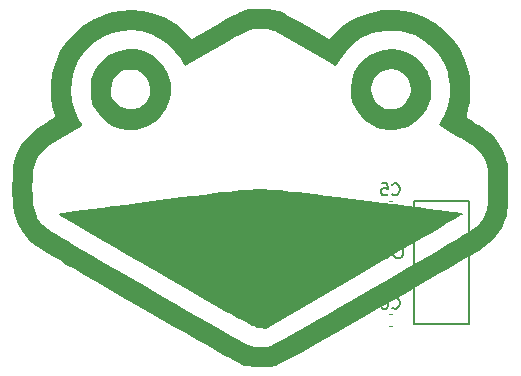
<source format=gbr>
%TF.GenerationSoftware,KiCad,Pcbnew,9.0.2*%
%TF.CreationDate,2025-10-02T15:08:33-04:00*%
%TF.ProjectId,Slippi,536c6970-7069-42e6-9b69-6361645f7063,rev?*%
%TF.SameCoordinates,Original*%
%TF.FileFunction,Legend,Bot*%
%TF.FilePolarity,Positive*%
%FSLAX46Y46*%
G04 Gerber Fmt 4.6, Leading zero omitted, Abs format (unit mm)*
G04 Created by KiCad (PCBNEW 9.0.2) date 2025-10-02 15:08:33*
%MOMM*%
%LPD*%
G01*
G04 APERTURE LIST*
%ADD10C,0.150000*%
%ADD11C,0.127000*%
%ADD12C,0.200000*%
%ADD13C,0.120000*%
%ADD14C,0.000000*%
G04 APERTURE END LIST*
D10*
X118495866Y-78428333D02*
X119629200Y-78428333D01*
X119629200Y-78428333D02*
X119762533Y-78495000D01*
X119762533Y-78495000D02*
X119829200Y-78561666D01*
X119829200Y-78561666D02*
X119895866Y-78695000D01*
X119895866Y-78695000D02*
X119895866Y-78961666D01*
X119895866Y-78961666D02*
X119829200Y-79095000D01*
X119829200Y-79095000D02*
X119762533Y-79161666D01*
X119762533Y-79161666D02*
X119629200Y-79228333D01*
X119629200Y-79228333D02*
X118495866Y-79228333D01*
X118495866Y-79761667D02*
X118495866Y-80628333D01*
X118495866Y-80628333D02*
X119029200Y-80161667D01*
X119029200Y-80161667D02*
X119029200Y-80361667D01*
X119029200Y-80361667D02*
X119095866Y-80495000D01*
X119095866Y-80495000D02*
X119162533Y-80561667D01*
X119162533Y-80561667D02*
X119295866Y-80628333D01*
X119295866Y-80628333D02*
X119629200Y-80628333D01*
X119629200Y-80628333D02*
X119762533Y-80561667D01*
X119762533Y-80561667D02*
X119829200Y-80495000D01*
X119829200Y-80495000D02*
X119895866Y-80361667D01*
X119895866Y-80361667D02*
X119895866Y-79961667D01*
X119895866Y-79961667D02*
X119829200Y-79828333D01*
X119829200Y-79828333D02*
X119762533Y-79761667D01*
X118966666Y-84829580D02*
X119014285Y-84877200D01*
X119014285Y-84877200D02*
X119157142Y-84924819D01*
X119157142Y-84924819D02*
X119252380Y-84924819D01*
X119252380Y-84924819D02*
X119395237Y-84877200D01*
X119395237Y-84877200D02*
X119490475Y-84781961D01*
X119490475Y-84781961D02*
X119538094Y-84686723D01*
X119538094Y-84686723D02*
X119585713Y-84496247D01*
X119585713Y-84496247D02*
X119585713Y-84353390D01*
X119585713Y-84353390D02*
X119538094Y-84162914D01*
X119538094Y-84162914D02*
X119490475Y-84067676D01*
X119490475Y-84067676D02*
X119395237Y-83972438D01*
X119395237Y-83972438D02*
X119252380Y-83924819D01*
X119252380Y-83924819D02*
X119157142Y-83924819D01*
X119157142Y-83924819D02*
X119014285Y-83972438D01*
X119014285Y-83972438D02*
X118966666Y-84020057D01*
X118109523Y-83924819D02*
X118299999Y-83924819D01*
X118299999Y-83924819D02*
X118395237Y-83972438D01*
X118395237Y-83972438D02*
X118442856Y-84020057D01*
X118442856Y-84020057D02*
X118538094Y-84162914D01*
X118538094Y-84162914D02*
X118585713Y-84353390D01*
X118585713Y-84353390D02*
X118585713Y-84734342D01*
X118585713Y-84734342D02*
X118538094Y-84829580D01*
X118538094Y-84829580D02*
X118490475Y-84877200D01*
X118490475Y-84877200D02*
X118395237Y-84924819D01*
X118395237Y-84924819D02*
X118204761Y-84924819D01*
X118204761Y-84924819D02*
X118109523Y-84877200D01*
X118109523Y-84877200D02*
X118061904Y-84829580D01*
X118061904Y-84829580D02*
X118014285Y-84734342D01*
X118014285Y-84734342D02*
X118014285Y-84496247D01*
X118014285Y-84496247D02*
X118061904Y-84401009D01*
X118061904Y-84401009D02*
X118109523Y-84353390D01*
X118109523Y-84353390D02*
X118204761Y-84305771D01*
X118204761Y-84305771D02*
X118395237Y-84305771D01*
X118395237Y-84305771D02*
X118490475Y-84353390D01*
X118490475Y-84353390D02*
X118538094Y-84401009D01*
X118538094Y-84401009D02*
X118585713Y-84496247D01*
X118966666Y-75229580D02*
X119014285Y-75277200D01*
X119014285Y-75277200D02*
X119157142Y-75324819D01*
X119157142Y-75324819D02*
X119252380Y-75324819D01*
X119252380Y-75324819D02*
X119395237Y-75277200D01*
X119395237Y-75277200D02*
X119490475Y-75181961D01*
X119490475Y-75181961D02*
X119538094Y-75086723D01*
X119538094Y-75086723D02*
X119585713Y-74896247D01*
X119585713Y-74896247D02*
X119585713Y-74753390D01*
X119585713Y-74753390D02*
X119538094Y-74562914D01*
X119538094Y-74562914D02*
X119490475Y-74467676D01*
X119490475Y-74467676D02*
X119395237Y-74372438D01*
X119395237Y-74372438D02*
X119252380Y-74324819D01*
X119252380Y-74324819D02*
X119157142Y-74324819D01*
X119157142Y-74324819D02*
X119014285Y-74372438D01*
X119014285Y-74372438D02*
X118966666Y-74420057D01*
X118061904Y-74324819D02*
X118538094Y-74324819D01*
X118538094Y-74324819D02*
X118585713Y-74801009D01*
X118585713Y-74801009D02*
X118538094Y-74753390D01*
X118538094Y-74753390D02*
X118442856Y-74705771D01*
X118442856Y-74705771D02*
X118204761Y-74705771D01*
X118204761Y-74705771D02*
X118109523Y-74753390D01*
X118109523Y-74753390D02*
X118061904Y-74801009D01*
X118061904Y-74801009D02*
X118014285Y-74896247D01*
X118014285Y-74896247D02*
X118014285Y-75134342D01*
X118014285Y-75134342D02*
X118061904Y-75229580D01*
X118061904Y-75229580D02*
X118109523Y-75277200D01*
X118109523Y-75277200D02*
X118204761Y-75324819D01*
X118204761Y-75324819D02*
X118442856Y-75324819D01*
X118442856Y-75324819D02*
X118538094Y-75277200D01*
X118538094Y-75277200D02*
X118585713Y-75229580D01*
D11*
%TO.C,U3*%
X120840000Y-75850000D02*
X120840000Y-86250000D01*
X120840000Y-86250000D02*
X125440000Y-86250000D01*
X125440000Y-75850000D02*
X120840000Y-75850000D01*
X125440000Y-86250000D02*
X125440000Y-75850000D01*
D12*
X125995000Y-78500000D02*
G75*
G02*
X125795000Y-78500000I-100000J0D01*
G01*
X125795000Y-78500000D02*
G75*
G02*
X125995000Y-78500000I100000J0D01*
G01*
D13*
%TO.C,C6*%
X118940580Y-85390000D02*
X118659420Y-85390000D01*
X118940580Y-86410000D02*
X118659420Y-86410000D01*
%TO.C,C5*%
X118940580Y-75790000D02*
X118659420Y-75790000D01*
X118940580Y-76810000D02*
X118659420Y-76810000D01*
D14*
%TO.C,G\u002A\u002A\u002A*%
G36*
X122235849Y-66360241D02*
G01*
X122235608Y-66525894D01*
X122229015Y-66885317D01*
X122204947Y-67148829D01*
X122152260Y-67370205D01*
X122059811Y-67603222D01*
X121916458Y-67901657D01*
X121865501Y-68000881D01*
X121441775Y-68624798D01*
X120905080Y-69132308D01*
X120273473Y-69509280D01*
X119565014Y-69741583D01*
X119562531Y-69742101D01*
X119133408Y-69788176D01*
X118626403Y-69778854D01*
X118121128Y-69719508D01*
X117697193Y-69615513D01*
X117408573Y-69496874D01*
X116809762Y-69127514D01*
X116288787Y-68634518D01*
X115872565Y-68046272D01*
X115588012Y-67391162D01*
X115476006Y-66923693D01*
X115437430Y-66342101D01*
X117170745Y-66342101D01*
X117215223Y-66775565D01*
X117390581Y-67195309D01*
X117711093Y-67579660D01*
X117843866Y-67692602D01*
X118081155Y-67866737D01*
X118266454Y-67970075D01*
X118372021Y-68003767D01*
X118795656Y-68052493D01*
X119250814Y-68000420D01*
X119661366Y-67853890D01*
X119827043Y-67748350D01*
X120157268Y-67425499D01*
X120413976Y-67023133D01*
X120553536Y-66602454D01*
X120568935Y-66354951D01*
X120481433Y-65895209D01*
X120263533Y-65460280D01*
X119937910Y-65089498D01*
X119527242Y-64822198D01*
X119324999Y-64744178D01*
X118852996Y-64666853D01*
X118411954Y-64727515D01*
X118016146Y-64904492D01*
X117679847Y-65176112D01*
X117417331Y-65520702D01*
X117242872Y-65916589D01*
X117170745Y-66342101D01*
X115437430Y-66342101D01*
X115428725Y-66210861D01*
X115525168Y-65535270D01*
X115750146Y-64909997D01*
X116088466Y-64348117D01*
X116524939Y-63862706D01*
X117044374Y-63466841D01*
X117631579Y-63173598D01*
X118271365Y-62996052D01*
X118948541Y-62947280D01*
X119647915Y-63040359D01*
X120354297Y-63288364D01*
X120448406Y-63334417D01*
X121046705Y-63732038D01*
X121557133Y-64260947D01*
X121956714Y-64898065D01*
X121981588Y-64948786D01*
X122099647Y-65205119D01*
X122174156Y-65422327D01*
X122215061Y-65652514D01*
X122232310Y-65947784D01*
X122235804Y-66354951D01*
X122235849Y-66360241D01*
G37*
G36*
X100231747Y-66721403D02*
G01*
X100085652Y-67396536D01*
X99803129Y-68029522D01*
X99398633Y-68598845D01*
X98886618Y-69082987D01*
X98281539Y-69460433D01*
X97597849Y-69709666D01*
X97156675Y-69793861D01*
X96590387Y-69806520D01*
X95992143Y-69699177D01*
X95989330Y-69698443D01*
X95255579Y-69425641D01*
X94624881Y-69018706D01*
X94100538Y-68480338D01*
X93685849Y-67813236D01*
X93656551Y-67752977D01*
X93562058Y-67537906D01*
X93501515Y-67336596D01*
X93467481Y-67103288D01*
X93452517Y-66792219D01*
X93449614Y-66413836D01*
X95142516Y-66413836D01*
X95143689Y-66532343D01*
X95169485Y-66825698D01*
X95246511Y-67055950D01*
X95397649Y-67302836D01*
X95425068Y-67340799D01*
X95706674Y-67637618D01*
X96029422Y-67860463D01*
X96051298Y-67871353D01*
X96548065Y-68031267D01*
X97036961Y-68039063D01*
X97492903Y-67910272D01*
X97890807Y-67660423D01*
X98205590Y-67305048D01*
X98412168Y-66859675D01*
X98485457Y-66339836D01*
X98484590Y-66287802D01*
X98390495Y-65778145D01*
X98141490Y-65336664D01*
X97738004Y-64964151D01*
X97568147Y-64852441D01*
X97363699Y-64758890D01*
X97128493Y-64716559D01*
X96793516Y-64706630D01*
X96539529Y-64711327D01*
X96283337Y-64742626D01*
X96078263Y-64819545D01*
X95855850Y-64960630D01*
X95738424Y-65049714D01*
X95401448Y-65418753D01*
X95205770Y-65867434D01*
X95142516Y-66413836D01*
X93449614Y-66413836D01*
X93449183Y-66357630D01*
X93449424Y-66200382D01*
X93455459Y-65812659D01*
X93475505Y-65532741D01*
X93517335Y-65314243D01*
X93588720Y-65110779D01*
X93697433Y-64875963D01*
X93943735Y-64458609D01*
X94410114Y-63918384D01*
X94976603Y-63476928D01*
X95611092Y-63157747D01*
X96281466Y-62984350D01*
X96480884Y-62962211D01*
X97245487Y-62975138D01*
X97958625Y-63139965D01*
X98604467Y-63445154D01*
X99167182Y-63879170D01*
X99630938Y-64430473D01*
X99979905Y-65087528D01*
X100198250Y-65838795D01*
X100226959Y-66025639D01*
X100229121Y-66339836D01*
X100231747Y-66721403D01*
G37*
G36*
X108051998Y-74828019D02*
G01*
X108298348Y-74832534D01*
X108555572Y-74841875D01*
X108835753Y-74857336D01*
X109150974Y-74880208D01*
X109513316Y-74911785D01*
X109934862Y-74953361D01*
X110427694Y-75006227D01*
X111003895Y-75071676D01*
X111675547Y-75151003D01*
X112454733Y-75245499D01*
X113353535Y-75356458D01*
X114384036Y-75485172D01*
X115558317Y-75632935D01*
X116888461Y-75801039D01*
X117008266Y-75816203D01*
X118132318Y-75958690D01*
X119209838Y-76095659D01*
X120228677Y-76225542D01*
X121176690Y-76346776D01*
X122041729Y-76457794D01*
X122811646Y-76557032D01*
X123474295Y-76642924D01*
X124017529Y-76713904D01*
X124429199Y-76768408D01*
X124697160Y-76804871D01*
X124809263Y-76821725D01*
X124929908Y-76869681D01*
X124934120Y-76943560D01*
X124921932Y-76952104D01*
X124791459Y-77031746D01*
X124526866Y-77188684D01*
X124137502Y-77417481D01*
X123632715Y-77712701D01*
X123021853Y-78068906D01*
X122314266Y-78480659D01*
X121519303Y-78942523D01*
X120646311Y-79449062D01*
X119704640Y-79994837D01*
X118703639Y-80574413D01*
X117652656Y-81182351D01*
X116561040Y-81813214D01*
X108265849Y-86604980D01*
X107757849Y-86572149D01*
X107680460Y-86565765D01*
X107596275Y-86553277D01*
X107501133Y-86530320D01*
X107386558Y-86492249D01*
X107244073Y-86434421D01*
X107065199Y-86352192D01*
X106841462Y-86240919D01*
X106564382Y-86095959D01*
X106225484Y-85912667D01*
X105816290Y-85686400D01*
X105328324Y-85412515D01*
X104753108Y-85086368D01*
X104082164Y-84703316D01*
X103307017Y-84258714D01*
X102419189Y-83747920D01*
X101410203Y-83166289D01*
X100271582Y-82509179D01*
X98994849Y-81771945D01*
X98640538Y-81567315D01*
X97564977Y-80946002D01*
X96533714Y-80350085D01*
X95556051Y-79784950D01*
X94641297Y-79255984D01*
X93798754Y-78768574D01*
X93037731Y-78328107D01*
X92367530Y-77939969D01*
X91797459Y-77609548D01*
X91336822Y-77342231D01*
X90994925Y-77143404D01*
X90781073Y-77018453D01*
X90704572Y-76972767D01*
X90698156Y-76964094D01*
X90728474Y-76881783D01*
X90733247Y-76879714D01*
X90854975Y-76856762D01*
X91130656Y-76814503D01*
X91548505Y-76754517D01*
X92096741Y-76678387D01*
X92763580Y-76587692D01*
X93537238Y-76484015D01*
X94405933Y-76368936D01*
X95357882Y-76244036D01*
X96381301Y-76110895D01*
X97464408Y-75971097D01*
X98595419Y-75826220D01*
X99894011Y-75660732D01*
X101084569Y-75509670D01*
X102130769Y-75377898D01*
X103044592Y-75264113D01*
X103838022Y-75167012D01*
X104523040Y-75085292D01*
X105111629Y-75017652D01*
X105615772Y-74962788D01*
X106047451Y-74919398D01*
X106418648Y-74886179D01*
X106741346Y-74861829D01*
X107027527Y-74845046D01*
X107289174Y-74834526D01*
X107538269Y-74828967D01*
X107786795Y-74827067D01*
X107804440Y-74827037D01*
X108051998Y-74828019D01*
G37*
G36*
X128797516Y-74630936D02*
G01*
X128795262Y-75206565D01*
X128783170Y-75821687D01*
X128756301Y-76319133D01*
X128709870Y-76727949D01*
X128639089Y-77077184D01*
X128539171Y-77395883D01*
X128405331Y-77713095D01*
X128232780Y-78057866D01*
X128225212Y-78072196D01*
X127765165Y-78762545D01*
X127157991Y-79384331D01*
X126416370Y-79924524D01*
X126266524Y-80014125D01*
X125977156Y-80184239D01*
X125561663Y-80426989D01*
X125030518Y-80736302D01*
X124394191Y-81106105D01*
X123663157Y-81530326D01*
X122847885Y-82002890D01*
X121958850Y-82517724D01*
X121006522Y-83068756D01*
X120001374Y-83649911D01*
X118953878Y-84255118D01*
X117874506Y-84878302D01*
X117698378Y-84979946D01*
X116404918Y-85725682D01*
X115248035Y-86391134D01*
X114219238Y-86980934D01*
X113310037Y-87499716D01*
X112511941Y-87952111D01*
X111816460Y-88342754D01*
X111215104Y-88676277D01*
X110699381Y-88957313D01*
X110260800Y-89190495D01*
X109890873Y-89380456D01*
X109581107Y-89531828D01*
X109323012Y-89649245D01*
X109108098Y-89737339D01*
X108927874Y-89800744D01*
X108773849Y-89844091D01*
X108652576Y-89856877D01*
X108389816Y-89865408D01*
X108035378Y-89866671D01*
X107630849Y-89860085D01*
X107204713Y-89843246D01*
X106797916Y-89806551D01*
X106475679Y-89745979D01*
X106191516Y-89654901D01*
X106157283Y-89639630D01*
X105970288Y-89543258D01*
X105650328Y-89369753D01*
X105207238Y-89124689D01*
X104650855Y-88813638D01*
X103991013Y-88442171D01*
X103237549Y-88015863D01*
X102400300Y-87540284D01*
X101489100Y-87021008D01*
X100513785Y-86463607D01*
X99484193Y-85873653D01*
X98410158Y-85256718D01*
X97301516Y-84618376D01*
X97232825Y-84578777D01*
X95940882Y-83833759D01*
X94786906Y-83167675D01*
X93762427Y-82575418D01*
X92858977Y-82051884D01*
X92068086Y-81591968D01*
X91381285Y-81190566D01*
X90790105Y-80842571D01*
X90286077Y-80542879D01*
X89860731Y-80286385D01*
X89505599Y-80067984D01*
X89212211Y-79882571D01*
X88972098Y-79725041D01*
X88776791Y-79590289D01*
X88617821Y-79473210D01*
X88486719Y-79368700D01*
X88375015Y-79271652D01*
X88274241Y-79176962D01*
X88162490Y-79065191D01*
X87600199Y-78371291D01*
X87184638Y-77604874D01*
X86924511Y-76781390D01*
X86901082Y-76651595D01*
X86854549Y-76237985D01*
X86822663Y-75716878D01*
X86805338Y-75127737D01*
X86803349Y-74697297D01*
X88497462Y-74697297D01*
X88510521Y-75316357D01*
X88571907Y-76034127D01*
X88686080Y-76621382D01*
X88855786Y-77096517D01*
X88911460Y-77213570D01*
X88976588Y-77337963D01*
X89051580Y-77458499D01*
X89144489Y-77580372D01*
X89263368Y-77708779D01*
X89416271Y-77848914D01*
X89611249Y-78005973D01*
X89856357Y-78185152D01*
X90159646Y-78391645D01*
X90529170Y-78630649D01*
X90972982Y-78907358D01*
X91499134Y-79226968D01*
X92115679Y-79594674D01*
X92830671Y-80015671D01*
X93652163Y-80495156D01*
X94588206Y-81038323D01*
X95646855Y-81650368D01*
X96836162Y-82336486D01*
X98164180Y-83101872D01*
X98479736Y-83283668D01*
X99565384Y-83908559D01*
X100611374Y-84509767D01*
X101607981Y-85081747D01*
X102545482Y-85618951D01*
X103414151Y-86115834D01*
X104204262Y-86566848D01*
X104906092Y-86966447D01*
X105509915Y-87309085D01*
X106006006Y-87589215D01*
X106384641Y-87801291D01*
X106636094Y-87939766D01*
X106750641Y-87999093D01*
X106850159Y-88035919D01*
X107278914Y-88130516D01*
X107775602Y-88168958D01*
X108267876Y-88148696D01*
X108683391Y-88067181D01*
X108747076Y-88041073D01*
X108969807Y-87930613D01*
X109319782Y-87744833D01*
X109785566Y-87490360D01*
X110355723Y-87173819D01*
X111018818Y-86801837D01*
X111763418Y-86381040D01*
X112578086Y-85918055D01*
X113451387Y-85419506D01*
X114371888Y-84892022D01*
X115328152Y-84342227D01*
X116308744Y-83776748D01*
X117302231Y-83202211D01*
X118297176Y-82625242D01*
X119282145Y-82052468D01*
X120245703Y-81490514D01*
X121176415Y-80946008D01*
X122062846Y-80425574D01*
X122893560Y-79935840D01*
X123657124Y-79483430D01*
X124342101Y-79074973D01*
X124937057Y-78717093D01*
X125430558Y-78416417D01*
X125811167Y-78179571D01*
X126067450Y-78013181D01*
X126187972Y-77923874D01*
X126375771Y-77705269D01*
X126608551Y-77368776D01*
X126799844Y-77025630D01*
X126841343Y-76938068D01*
X126922552Y-76756026D01*
X126981601Y-76588067D01*
X127022638Y-76403628D01*
X127049809Y-76172140D01*
X127067260Y-75863040D01*
X127079137Y-75445760D01*
X127089587Y-74889734D01*
X127095420Y-74204702D01*
X127082375Y-73637779D01*
X127044731Y-73182028D01*
X126977159Y-72808249D01*
X126874330Y-72487240D01*
X126730916Y-72189802D01*
X126541587Y-71886732D01*
X126522694Y-71859040D01*
X126329380Y-71600025D01*
X126122279Y-71380796D01*
X125866784Y-71172856D01*
X125528287Y-70947714D01*
X125072183Y-70676873D01*
X124929555Y-70594599D01*
X124523128Y-70359290D01*
X124075709Y-70099351D01*
X123660988Y-69857562D01*
X122884793Y-69403958D01*
X123214824Y-68833294D01*
X123332032Y-68618010D01*
X123663533Y-67790121D01*
X123841056Y-66916386D01*
X123860958Y-66023484D01*
X123719595Y-65138092D01*
X123654750Y-64903537D01*
X123363107Y-64149108D01*
X122954024Y-63474935D01*
X122401698Y-62835944D01*
X122387379Y-62821592D01*
X121680872Y-62232420D01*
X120883407Y-61785641D01*
X119992719Y-61479979D01*
X119646870Y-61415788D01*
X119039442Y-61373917D01*
X118388247Y-61395281D01*
X117760060Y-61476632D01*
X117221654Y-61614725D01*
X117117708Y-61652761D01*
X116358870Y-62025797D01*
X115653440Y-62536663D01*
X115033769Y-63158307D01*
X114532206Y-63863676D01*
X114504171Y-63911146D01*
X114348286Y-64157858D01*
X114225740Y-64324166D01*
X114161006Y-64376275D01*
X114122391Y-64353598D01*
X113596213Y-64046337D01*
X113020845Y-63713116D01*
X112415859Y-63365018D01*
X111800829Y-63013123D01*
X111195328Y-62668512D01*
X110618928Y-62342265D01*
X110091204Y-62045465D01*
X109631727Y-61789193D01*
X109260072Y-61584528D01*
X108995810Y-61442553D01*
X108858516Y-61374347D01*
X108771946Y-61343192D01*
X108357810Y-61262580D01*
X107800183Y-61235297D01*
X107718539Y-61235335D01*
X107512297Y-61238147D01*
X107325613Y-61250820D01*
X107141864Y-61280830D01*
X106944427Y-61335654D01*
X106716679Y-61422767D01*
X106441998Y-61549647D01*
X106103761Y-61723771D01*
X105685345Y-61952614D01*
X105170126Y-62243654D01*
X104541483Y-62604366D01*
X103782793Y-63042229D01*
X101416403Y-64408917D01*
X101158160Y-63922773D01*
X101094125Y-63812941D01*
X100875024Y-63499780D01*
X100594938Y-63153608D01*
X100298680Y-62831329D01*
X100023568Y-62573836D01*
X99307840Y-62054654D01*
X98535936Y-61680657D01*
X97726294Y-61449837D01*
X96897357Y-61360189D01*
X96067564Y-61409705D01*
X95255357Y-61596378D01*
X94479174Y-61918202D01*
X93757458Y-62373169D01*
X93108648Y-62959272D01*
X92551186Y-63674506D01*
X92364667Y-63989344D01*
X92027253Y-64780541D01*
X91831719Y-65621299D01*
X91778461Y-66483841D01*
X91867877Y-67340393D01*
X92100361Y-68163179D01*
X92476311Y-68924422D01*
X92581205Y-69099066D01*
X92686788Y-69291925D01*
X92726447Y-69390089D01*
X92722856Y-69395921D01*
X92622812Y-69469444D01*
X92401883Y-69609469D01*
X92082156Y-69802603D01*
X91685717Y-70035454D01*
X91234654Y-70294630D01*
X90640750Y-70642507D01*
X90017187Y-71047288D01*
X89524928Y-71433477D01*
X89149128Y-71824952D01*
X88874943Y-72245590D01*
X88687529Y-72719266D01*
X88572040Y-73269858D01*
X88513632Y-73921243D01*
X88497462Y-74697297D01*
X86803349Y-74697297D01*
X86802484Y-74510027D01*
X86814012Y-73903211D01*
X86839836Y-73346755D01*
X86879865Y-72880121D01*
X86934011Y-72542774D01*
X87145948Y-71874260D01*
X87551006Y-71090939D01*
X88105300Y-70377526D01*
X88803227Y-69740969D01*
X89639183Y-69188216D01*
X89838079Y-69072374D01*
X90131285Y-68883002D01*
X90323253Y-68732005D01*
X90388784Y-68637883D01*
X90368475Y-68529745D01*
X90313086Y-68297123D01*
X90237298Y-68008630D01*
X90191921Y-67830229D01*
X90054148Y-66913628D01*
X90053344Y-65948119D01*
X90187383Y-64972730D01*
X90454140Y-64026491D01*
X90454883Y-64024438D01*
X90862258Y-63136831D01*
X91412068Y-62303456D01*
X92080157Y-61551509D01*
X92842370Y-60908188D01*
X93674551Y-60400688D01*
X93756180Y-60360168D01*
X94515293Y-60028334D01*
X95233353Y-59809664D01*
X95972161Y-59689333D01*
X96793516Y-59652517D01*
X96831578Y-59652600D01*
X97896803Y-59729142D01*
X98884231Y-59952445D01*
X99806469Y-60327597D01*
X100676122Y-60859683D01*
X101505795Y-61553789D01*
X102027075Y-62051323D01*
X103944651Y-60950057D01*
X104379184Y-60702959D01*
X104903648Y-60411159D01*
X105383541Y-60150996D01*
X105793486Y-59935974D01*
X106108110Y-59779599D01*
X106302038Y-59695377D01*
X106417182Y-59660826D01*
X106832831Y-59585932D01*
X107344749Y-59543442D01*
X107901389Y-59533329D01*
X108451206Y-59555565D01*
X108942652Y-59610123D01*
X109324183Y-59696976D01*
X109473842Y-59758153D01*
X109772972Y-59901494D01*
X110171895Y-60106256D01*
X110644881Y-60358887D01*
X111166198Y-60645835D01*
X111710116Y-60953550D01*
X113630382Y-62055111D01*
X114094811Y-61590682D01*
X114410052Y-61291567D01*
X114884240Y-60911372D01*
X115408233Y-60581633D01*
X116040510Y-60262429D01*
X116146472Y-60213955D01*
X116823159Y-59943043D01*
X117462160Y-59768304D01*
X118129579Y-59675552D01*
X118891516Y-59650603D01*
X119159785Y-59655541D01*
X120032427Y-59732836D01*
X120833783Y-59912344D01*
X121621414Y-60205769D01*
X121662926Y-60224331D01*
X122566697Y-60723196D01*
X123377825Y-61355614D01*
X124084020Y-62106460D01*
X124672992Y-62960606D01*
X125132452Y-63902927D01*
X125450112Y-64918297D01*
X125529568Y-65390117D01*
X125576434Y-66054700D01*
X125570344Y-66761250D01*
X125512273Y-67445028D01*
X125403191Y-68041296D01*
X125371234Y-68169989D01*
X125302654Y-68466474D01*
X125261244Y-68677466D01*
X125255025Y-68763847D01*
X125313792Y-68800249D01*
X125492899Y-68907142D01*
X125761340Y-69065746D01*
X126088183Y-69257724D01*
X126325986Y-69400946D01*
X126696869Y-69638131D01*
X127020877Y-69860908D01*
X127247439Y-70035355D01*
X127291817Y-70074714D01*
X127665883Y-70481819D01*
X128028005Y-70996257D01*
X128344185Y-71564525D01*
X128580426Y-72133120D01*
X128627622Y-72276410D01*
X128687765Y-72480443D01*
X128731765Y-72680423D01*
X128762133Y-72905248D01*
X128781380Y-73183815D01*
X128792019Y-73545020D01*
X128796560Y-74017762D01*
X128796851Y-74204702D01*
X128797516Y-74630936D01*
G37*
%TD*%
M02*

</source>
